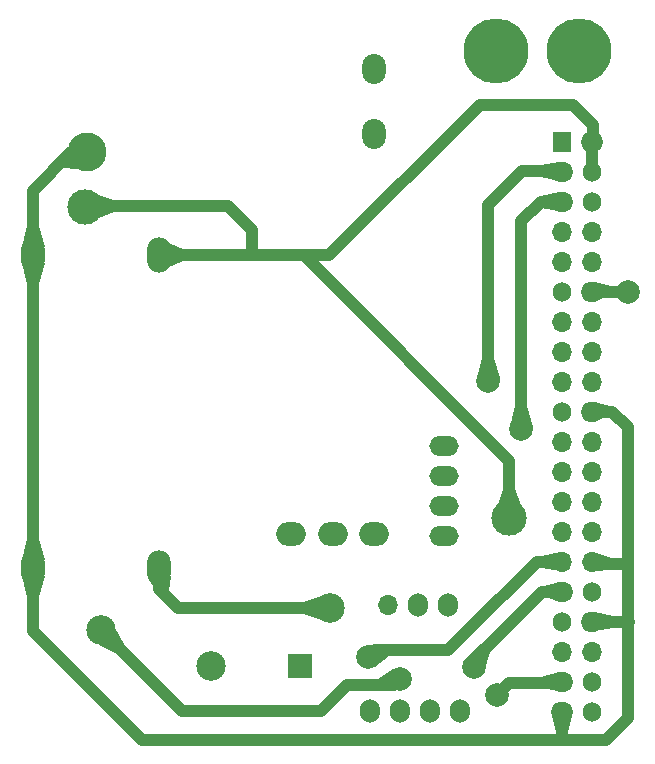
<source format=gbr>
%TF.GenerationSoftware,KiCad,Pcbnew,9.0.5*%
%TF.CreationDate,2025-10-22T00:31:54-04:00*%
%TF.ProjectId,PiHat,50694861-742e-46b6-9963-61645f706362,rev?*%
%TF.SameCoordinates,Original*%
%TF.FileFunction,Copper,L1,Top*%
%TF.FilePolarity,Positive*%
%FSLAX46Y46*%
G04 Gerber Fmt 4.6, Leading zero omitted, Abs format (unit mm)*
G04 Created by KiCad (PCBNEW 9.0.5) date 2025-10-22 00:31:54*
%MOMM*%
%LPD*%
G01*
G04 APERTURE LIST*
%TA.AperFunction,ComponentPad*%
%ADD10O,2.000000X2.540000*%
%TD*%
%TA.AperFunction,ComponentPad*%
%ADD11R,2.000000X2.000000*%
%TD*%
%TA.AperFunction,ComponentPad*%
%ADD12C,2.500000*%
%TD*%
%TA.AperFunction,ComponentPad*%
%ADD13R,1.550000X1.700000*%
%TD*%
%TA.AperFunction,ComponentPad*%
%ADD14O,1.900000X1.700000*%
%TD*%
%TA.AperFunction,ComponentPad*%
%ADD15O,1.550000X1.700000*%
%TD*%
%TA.AperFunction,ComponentPad*%
%ADD16O,1.700000X1.700000*%
%TD*%
%TA.AperFunction,SMDPad,CuDef*%
%ADD17O,2.000000X3.000000*%
%TD*%
%TA.AperFunction,ComponentPad*%
%ADD18O,2.500000X1.700000*%
%TD*%
%TA.AperFunction,ComponentPad*%
%ADD19O,2.500000X2.000000*%
%TD*%
%TA.AperFunction,ComponentPad*%
%ADD20C,5.500000*%
%TD*%
%TA.AperFunction,ComponentPad*%
%ADD21O,1.700000X2.000000*%
%TD*%
%TA.AperFunction,ViaPad*%
%ADD22C,3.300000*%
%TD*%
%TA.AperFunction,ViaPad*%
%ADD23C,2.500000*%
%TD*%
%TA.AperFunction,ViaPad*%
%ADD24C,3.000000*%
%TD*%
%TA.AperFunction,ViaPad*%
%ADD25C,2.000000*%
%TD*%
%TA.AperFunction,Conductor*%
%ADD26C,1.000000*%
%TD*%
G04 APERTURE END LIST*
D10*
%TO.P,C1,1*%
%TO.N,+7.5V*%
X156500000Y-86500000D03*
%TO.P,C1,2*%
%TO.N,GND*%
X156500000Y-81000000D03*
%TD*%
D11*
%TO.P,BZ1,1,+*%
%TO.N,/Buzzer_GPIO*%
X150300000Y-131500000D03*
D12*
%TO.P,BZ1,2,-*%
%TO.N,GND*%
X142700000Y-131500000D03*
%TD*%
D13*
%TO.P,U5,1,3V3_power*%
%TO.N,unconnected-(U5-3V3_power-Pad1)*%
X172460000Y-87140000D03*
D14*
%TO.P,U5,2,5V_power*%
%TO.N,+5V*%
X175000000Y-87140000D03*
%TO.P,U5,3,GPIO_2*%
%TO.N,/I2C_SDA*%
X172460000Y-89680000D03*
D15*
%TO.P,U5,4,5V_power*%
%TO.N,+5V*%
X175000000Y-89680000D03*
D14*
%TO.P,U5,5,GPIO_3*%
%TO.N,/I2C_SCL*%
X172460000Y-92220000D03*
D15*
%TO.P,U5,6,Ground*%
%TO.N,GND*%
X175000000Y-92220000D03*
D16*
%TO.P,U5,7,GPIO_4*%
%TO.N,unconnected-(U5-GPIO_4-Pad7)*%
X172460000Y-94760000D03*
%TO.P,U5,8,GPIO_14*%
%TO.N,unconnected-(U5-GPIO_14-Pad8)*%
X175000000Y-94760000D03*
%TO.P,U5,9,Ground*%
%TO.N,GND*%
X172460000Y-97300000D03*
%TO.P,U5,10,GPIO_15*%
%TO.N,unconnected-(U5-GPIO_15-Pad10)*%
X175000000Y-97300000D03*
D15*
%TO.P,U5,11,GPIO_17*%
%TO.N,unconnected-(U5-GPIO_17-Pad11)*%
X172460000Y-99840000D03*
D14*
%TO.P,U5,12,GPIO_18*%
%TO.N,/PWM*%
X175000000Y-99840000D03*
D16*
%TO.P,U5,13,GPIO_27*%
%TO.N,unconnected-(U5-GPIO_27-Pad13)*%
X172460000Y-102380000D03*
%TO.P,U5,14,Ground*%
%TO.N,GND*%
X175000000Y-102380000D03*
%TO.P,U5,15,GPIO_22*%
%TO.N,unconnected-(U5-GPIO_22-Pad15)*%
X172460000Y-104920000D03*
%TO.P,U5,16,GPIO_23*%
%TO.N,unconnected-(U5-GPIO_23-Pad16)*%
X175000000Y-104920000D03*
%TO.P,U5,17,3V3_power*%
%TO.N,unconnected-(U5-3V3_power-Pad17)*%
X172460000Y-107460000D03*
%TO.P,U5,18,GPIO_24*%
%TO.N,unconnected-(U5-GPIO_24-Pad18)*%
X175000000Y-107460000D03*
D15*
%TO.P,U5,19,GPIO_10*%
%TO.N,unconnected-(U5-GPIO_10-Pad19)*%
X172460000Y-110000000D03*
D14*
%TO.P,U5,20,Ground*%
%TO.N,GND*%
X175000000Y-110000000D03*
D16*
%TO.P,U5,21,GPIO_9*%
%TO.N,unconnected-(U5-GPIO_9-Pad21)*%
X172460000Y-112540000D03*
%TO.P,U5,22,GPIO_25*%
%TO.N,unconnected-(U5-GPIO_25-Pad22)*%
X175000000Y-112540000D03*
%TO.P,U5,23,GPIO_11*%
%TO.N,unconnected-(U5-GPIO_11-Pad23)*%
X172460000Y-115080000D03*
%TO.P,U5,24,GPIO_8*%
%TO.N,unconnected-(U5-GPIO_8-Pad24)*%
X175000000Y-115080000D03*
%TO.P,U5,25,Ground*%
%TO.N,GND*%
X172460000Y-117620000D03*
%TO.P,U5,26,GPIO_7*%
%TO.N,unconnected-(U5-GPIO_7-Pad26)*%
X175000000Y-117620000D03*
%TO.P,U5,27,GPIO_0*%
%TO.N,unconnected-(U5-GPIO_0-Pad27)*%
X172460000Y-120160000D03*
%TO.P,U5,28,GPIO_1*%
%TO.N,unconnected-(U5-GPIO_1-Pad28)*%
X175000000Y-120160000D03*
%TO.P,U5,29,GPIO_5*%
%TO.N,/Buzzer_GPIO*%
X172460000Y-122700000D03*
%TO.P,U5,30,Ground*%
%TO.N,GND*%
X175000000Y-122700000D03*
D14*
%TO.P,U5,31,GPIO_6*%
%TO.N,/ENCODER_B*%
X172460000Y-125240000D03*
D15*
%TO.P,U5,32,GPIO_12*%
%TO.N,unconnected-(U5-GPIO_12-Pad32)*%
X175000000Y-125240000D03*
%TO.P,U5,33,GPIO_13*%
%TO.N,unconnected-(U5-GPIO_13-Pad33)*%
X172460000Y-127780000D03*
D14*
%TO.P,U5,34,Ground*%
%TO.N,GND*%
X175000000Y-127780000D03*
D16*
%TO.P,U5,35,GPIO_19*%
%TO.N,unconnected-(U5-GPIO_19-Pad35)*%
X172460000Y-130320000D03*
%TO.P,U5,36,GPIO_16*%
%TO.N,unconnected-(U5-GPIO_16-Pad36)*%
X175000000Y-130320000D03*
D14*
%TO.P,U5,37,GPIO_26*%
%TO.N,/ENCODER_A*%
X172460000Y-132860000D03*
D15*
%TO.P,U5,38,GPIO_20*%
%TO.N,unconnected-(U5-GPIO_20-Pad38)*%
X175000000Y-132860000D03*
D14*
%TO.P,U5,39,Ground*%
%TO.N,GND*%
X172460000Y-135400000D03*
D15*
%TO.P,U5,40,GPIO_21*%
%TO.N,unconnected-(U5-GPIO_21-Pad40)*%
X175000000Y-135400000D03*
%TD*%
D17*
%TO.P,U6,1,VIN*%
%TO.N,+7.5V*%
X138330000Y-123255000D03*
%TO.P,U6,2,VOUT*%
%TO.N,+5V*%
X138330000Y-96745000D03*
%TO.P,U6,3,GND*%
%TO.N,GND*%
X127670000Y-123255000D03*
%TO.P,U6,4,GND*%
X127670000Y-96745000D03*
%TD*%
D18*
%TO.P,U1,1,VCC*%
%TO.N,+5V*%
X162460200Y-120513200D03*
%TO.P,U1,2,GND*%
%TO.N,GND*%
X162460200Y-117973200D03*
%TO.P,U1,3,SCL*%
%TO.N,/I2C_SCL*%
X162460200Y-115433200D03*
%TO.P,U1,4,SDA*%
%TO.N,/I2C_SDA*%
X162460200Y-112893200D03*
D19*
%TO.P,U1,5,Vin*%
%TO.N,+7.5V*%
X156535000Y-120374000D03*
%TO.P,U1,6,GND*%
%TO.N,GND*%
X153035000Y-120374000D03*
%TO.P,U1,7,Vout*%
%TO.N,+7.5V*%
X149535000Y-120374000D03*
%TD*%
D20*
%TO.P,U2,1,Vin*%
%TO.N,+7.5V*%
X173875000Y-79448000D03*
%TO.P,U2,2,Ground*%
%TO.N,GND*%
X166875000Y-79448000D03*
%TD*%
D16*
%TO.P,U3,1,GND*%
%TO.N,GND*%
X157707000Y-126365000D03*
D21*
%TO.P,U3,2,Vin*%
%TO.N,+7.5V*%
X160247000Y-126365000D03*
%TO.P,U3,3,Signal*%
%TO.N,/PWM*%
X162787000Y-126365000D03*
%TD*%
%TO.P,U4,1,GND*%
%TO.N,GND*%
X156183000Y-135382000D03*
%TO.P,U4,2,+*%
%TO.N,+5V*%
X158723000Y-135382000D03*
%TO.P,U4,3,DT*%
%TO.N,/ENCODER_B*%
X161263000Y-135382000D03*
%TO.P,U4,4,CLK*%
%TO.N,/ENCODER_A*%
X163803000Y-135382000D03*
%TD*%
D22*
%TO.N,GND*%
X132220000Y-88060000D03*
D23*
%TO.N,+7.5V*%
X152801000Y-126639000D03*
%TO.N,+5V*%
X133400000Y-128490000D03*
D24*
X168000000Y-119000000D03*
X132060000Y-92670000D03*
D25*
X158730000Y-132610000D03*
%TO.N,/Buzzer_GPIO*%
X156020000Y-130760000D03*
%TO.N,/I2C_SCL*%
X169000000Y-111500000D03*
%TO.N,/I2C_SDA*%
X166210000Y-107400000D03*
%TO.N,/PWM*%
X178043000Y-99850000D03*
%TO.N,/ENCODER_A*%
X166930000Y-133970000D03*
%TO.N,/ENCODER_B*%
X164990000Y-131640000D03*
%TD*%
D26*
%TO.N,GND*%
X178050000Y-126003941D02*
X178050000Y-135940000D01*
X176720000Y-110000000D02*
X178010000Y-111290000D01*
X175000000Y-110000000D02*
X176720000Y-110000000D01*
X172460000Y-137795000D02*
X172460000Y-135400000D01*
X127670000Y-128610000D02*
X136855000Y-137795000D01*
X178010000Y-125963941D02*
X178010000Y-127690000D01*
X130900000Y-88060000D02*
X127670000Y-91290000D01*
X178010000Y-120883941D02*
X178010000Y-125963941D01*
X170065000Y-137795000D02*
X172460000Y-137795000D01*
X136855000Y-137795000D02*
X170065000Y-137795000D01*
X127670000Y-123255000D02*
X127670000Y-128610000D01*
X132220000Y-88060000D02*
X130900000Y-88060000D01*
X178100000Y-127780000D02*
X175000000Y-127780000D01*
X178050000Y-135940000D02*
X176195000Y-137795000D01*
X175031689Y-122700000D02*
X175221689Y-122890000D01*
X127670000Y-123255000D02*
X127670000Y-96745000D01*
X175221689Y-122890000D02*
X178010000Y-122890000D01*
X178010000Y-125963941D02*
X178050000Y-126003941D01*
X178010000Y-111290000D02*
X178010000Y-120883941D01*
X178010000Y-122890000D02*
X178010000Y-120883941D01*
X176195000Y-137795000D02*
X170065000Y-137795000D01*
X175000000Y-122700000D02*
X175031689Y-122700000D01*
X127670000Y-91290000D02*
X127670000Y-96745000D01*
%TO.N,+7.5V*%
X139909000Y-126639000D02*
X138330000Y-125060000D01*
X138330000Y-125060000D02*
X138330000Y-123255000D01*
X152801000Y-126639000D02*
X139909000Y-126639000D01*
%TO.N,+5V*%
X173380000Y-84000000D02*
X175080000Y-85700000D01*
X146220000Y-94620000D02*
X146220000Y-96745000D01*
X158192252Y-133147748D02*
X158730000Y-132610000D01*
X144180000Y-92580000D02*
X146220000Y-94620000D01*
X154232252Y-133147748D02*
X158192252Y-133147748D01*
X148000000Y-96745000D02*
X152755000Y-96745000D01*
X168000000Y-114140000D02*
X168000000Y-119000000D01*
X152020000Y-135360000D02*
X154232252Y-133147748D01*
X148000000Y-96745000D02*
X150605000Y-96745000D01*
X175000000Y-89680000D02*
X175000000Y-87140000D01*
X141000000Y-96745000D02*
X146220000Y-96745000D01*
X132150000Y-92580000D02*
X144180000Y-92580000D01*
X146220000Y-96745000D02*
X148000000Y-96745000D01*
X175080000Y-87060000D02*
X175000000Y-87140000D01*
X175080000Y-85700000D02*
X175080000Y-87060000D01*
X140270000Y-135360000D02*
X152020000Y-135360000D01*
X138330000Y-96745000D02*
X141000000Y-96745000D01*
X132060000Y-92670000D02*
X132150000Y-92580000D01*
X152755000Y-96745000D02*
X165500000Y-84000000D01*
X150605000Y-96745000D02*
X168000000Y-114140000D01*
X133400000Y-128490000D02*
X140270000Y-135360000D01*
X165500000Y-84000000D02*
X173380000Y-84000000D01*
%TO.N,/Buzzer_GPIO*%
X164300000Y-128700000D02*
X170300000Y-122700000D01*
X156580000Y-130200000D02*
X162790000Y-130200000D01*
X164290000Y-128700000D02*
X164300000Y-128700000D01*
X162790000Y-130200000D02*
X164290000Y-128700000D01*
X156020000Y-130760000D02*
X156580000Y-130200000D01*
X170300000Y-122700000D02*
X172460000Y-122700000D01*
%TO.N,/I2C_SCL*%
X170660000Y-92230000D02*
X172450000Y-92230000D01*
X172450000Y-92230000D02*
X172460000Y-92220000D01*
X169000000Y-111500000D02*
X169000000Y-93890000D01*
X169000000Y-93890000D02*
X170660000Y-92230000D01*
X172240000Y-92440000D02*
X172460000Y-92220000D01*
%TO.N,/I2C_SDA*%
X166210000Y-92500000D02*
X169082000Y-89628000D01*
X166210000Y-107400000D02*
X166210000Y-92500000D01*
X169082000Y-89628000D02*
X172408000Y-89628000D01*
X172408000Y-89628000D02*
X172460000Y-89680000D01*
%TO.N,/PWM*%
X175160000Y-100000000D02*
X175000000Y-99840000D01*
X176643000Y-99850000D02*
X176633000Y-99840000D01*
X176633000Y-99840000D02*
X175000000Y-99840000D01*
X178043000Y-99850000D02*
X176643000Y-99850000D01*
%TO.N,/ENCODER_A*%
X172380000Y-132940000D02*
X172460000Y-132860000D01*
X166930000Y-133970000D02*
X167960000Y-132940000D01*
X167960000Y-132940000D02*
X172380000Y-132940000D01*
%TO.N,/ENCODER_B*%
X164990000Y-131640000D02*
X164990000Y-131000000D01*
X170750000Y-125240000D02*
X172460000Y-125240000D01*
X164990000Y-131000000D02*
X170750000Y-125240000D01*
%TD*%
%TA.AperFunction,Conductor*%
%TO.N,GND*%
G36*
X177099396Y-109686030D02*
G01*
X177106420Y-109691583D01*
X177107461Y-109700478D01*
X177104477Y-109705560D01*
X176413240Y-110396797D01*
X176409121Y-110399462D01*
X175277368Y-110829283D01*
X175268417Y-110829016D01*
X175262276Y-110822499D01*
X175262077Y-110821929D01*
X175000431Y-110002855D01*
X175000433Y-109995729D01*
X175262379Y-109177107D01*
X175268163Y-109170274D01*
X175276711Y-109169418D01*
X177099396Y-109686030D01*
G37*
%TD.AperFunction*%
%TD*%
%TA.AperFunction,Conductor*%
%TO.N,GND*%
G36*
X172464619Y-135401004D02*
G01*
X173300789Y-135763820D01*
X173307015Y-135770257D01*
X173307448Y-135777526D01*
X172962293Y-137091273D01*
X172956876Y-137098404D01*
X172950977Y-137100000D01*
X171969023Y-137100000D01*
X171960750Y-137096573D01*
X171957707Y-137091273D01*
X171612551Y-135777526D01*
X171613763Y-135768654D01*
X171619208Y-135763821D01*
X172455344Y-135401019D01*
X172464296Y-135400870D01*
X172464619Y-135401004D01*
G37*
%TD.AperFunction*%
%TD*%
%TA.AperFunction,Conductor*%
%TO.N,GND*%
G36*
X130641377Y-87656156D02*
G01*
X132206016Y-88055543D01*
X132213184Y-88060910D01*
X132214459Y-88069774D01*
X132213355Y-88072553D01*
X131430539Y-89484606D01*
X131423530Y-89490180D01*
X131419553Y-89490609D01*
X130256205Y-89415585D01*
X130248685Y-89412182D01*
X129553114Y-88716611D01*
X129549687Y-88708338D01*
X129553114Y-88700065D01*
X129553257Y-88699924D01*
X130630354Y-87659078D01*
X130638683Y-87655795D01*
X130641377Y-87656156D01*
G37*
%TD.AperFunction*%
%TD*%
%TA.AperFunction,Conductor*%
%TO.N,GND*%
G36*
X127676772Y-123258806D02*
G01*
X128644140Y-123945374D01*
X128648903Y-123952957D01*
X128648666Y-123957957D01*
X128172331Y-125727127D01*
X128166871Y-125734225D01*
X128161033Y-125735785D01*
X127178967Y-125735785D01*
X127170694Y-125732358D01*
X127167669Y-125727127D01*
X126691333Y-123957957D01*
X126692491Y-123949077D01*
X126695857Y-123945375D01*
X127663228Y-123258805D01*
X127671958Y-123256812D01*
X127676772Y-123258806D01*
G37*
%TD.AperFunction*%
%TD*%
%TA.AperFunction,Conductor*%
%TO.N,GND*%
G36*
X176774479Y-127277980D02*
G01*
X176781823Y-127283103D01*
X176783667Y-127289407D01*
X176783667Y-128270592D01*
X176780240Y-128278865D01*
X176774479Y-128282019D01*
X175276234Y-128611379D01*
X175267418Y-128609808D01*
X175262579Y-128603519D01*
X175156021Y-128270592D01*
X175000141Y-127783564D01*
X175000141Y-127776435D01*
X175262579Y-126956479D01*
X175268365Y-126949646D01*
X175276231Y-126948620D01*
X176774479Y-127277980D01*
G37*
%TD.AperFunction*%
%TD*%
%TA.AperFunction,Conductor*%
%TO.N,GND*%
G36*
X128169306Y-120777642D02*
G01*
X128172331Y-120782873D01*
X128648666Y-122552042D01*
X128647508Y-122560922D01*
X128644140Y-122564625D01*
X127676772Y-123251193D01*
X127668042Y-123253187D01*
X127663228Y-123251193D01*
X126695859Y-122564625D01*
X126691096Y-122557042D01*
X126691333Y-122552042D01*
X127167669Y-120782873D01*
X127173129Y-120775775D01*
X127178967Y-120774215D01*
X128161033Y-120774215D01*
X128169306Y-120777642D01*
G37*
%TD.AperFunction*%
%TD*%
%TA.AperFunction,Conductor*%
%TO.N,GND*%
G36*
X127676772Y-96748806D02*
G01*
X128644140Y-97435374D01*
X128648903Y-97442957D01*
X128648666Y-97447957D01*
X128172331Y-99217127D01*
X128166871Y-99224225D01*
X128161033Y-99225785D01*
X127178967Y-99225785D01*
X127170694Y-99222358D01*
X127167669Y-99217127D01*
X126691333Y-97447957D01*
X126692491Y-97439077D01*
X126695857Y-97435375D01*
X127663228Y-96748805D01*
X127671958Y-96746812D01*
X127676772Y-96748806D01*
G37*
%TD.AperFunction*%
%TD*%
%TA.AperFunction,Conductor*%
%TO.N,GND*%
G36*
X175178494Y-121870732D02*
G01*
X176665792Y-122387269D01*
X176672483Y-122393220D01*
X176673654Y-122398321D01*
X176673654Y-123379362D01*
X176670227Y-123387635D01*
X176663064Y-123391009D01*
X175176338Y-123532665D01*
X175167777Y-123530039D01*
X175163755Y-123523314D01*
X175136604Y-123387635D01*
X174999459Y-122702293D01*
X174999459Y-122697704D01*
X175163194Y-121879489D01*
X175168177Y-121872051D01*
X175176962Y-121870314D01*
X175178494Y-121870732D01*
G37*
%TD.AperFunction*%
%TD*%
%TA.AperFunction,Conductor*%
%TO.N,GND*%
G36*
X128169306Y-94267642D02*
G01*
X128172331Y-94272873D01*
X128648666Y-96042042D01*
X128647508Y-96050922D01*
X128644140Y-96054625D01*
X127676772Y-96741193D01*
X127668042Y-96743187D01*
X127663228Y-96741193D01*
X126695859Y-96054625D01*
X126691096Y-96047042D01*
X126691333Y-96042042D01*
X127167669Y-94272873D01*
X127173129Y-94265775D01*
X127178967Y-94264215D01*
X128161033Y-94264215D01*
X128169306Y-94267642D01*
G37*
%TD.AperFunction*%
%TD*%
%TA.AperFunction,Conductor*%
%TO.N,+7.5V*%
G36*
X138338743Y-123260992D02*
G01*
X139305099Y-123946059D01*
X139309866Y-123953639D01*
X139309947Y-123957010D01*
X139161890Y-125180287D01*
X139158548Y-125187154D01*
X138464936Y-125880766D01*
X138456663Y-125884193D01*
X138448390Y-125880766D01*
X138446607Y-125878474D01*
X138035453Y-125187154D01*
X137540920Y-124355639D01*
X137539637Y-124346777D01*
X137541497Y-124342801D01*
X138322501Y-123263677D01*
X138330126Y-123258985D01*
X138338743Y-123260992D01*
G37*
%TD.AperFunction*%
%TD*%
%TA.AperFunction,Conductor*%
%TO.N,+7.5V*%
G36*
X152055349Y-125642308D02*
G01*
X152059503Y-125645775D01*
X152796763Y-126631995D01*
X152798972Y-126640673D01*
X152796763Y-126646005D01*
X152059503Y-127632224D01*
X152051805Y-127636799D01*
X152046416Y-127636313D01*
X150569678Y-127141674D01*
X150562922Y-127135797D01*
X150561694Y-127130580D01*
X150561694Y-126147419D01*
X150565121Y-126139146D01*
X150569675Y-126136326D01*
X152046418Y-125641686D01*
X152055349Y-125642308D01*
G37*
%TD.AperFunction*%
%TD*%
%TA.AperFunction,Conductor*%
%TO.N,+5V*%
G36*
X158180938Y-131788253D02*
G01*
X158180974Y-131788306D01*
X158729700Y-132608058D01*
X158731454Y-132612295D01*
X158922402Y-133577206D01*
X158920647Y-133585987D01*
X158913196Y-133590954D01*
X158911253Y-133591172D01*
X156903176Y-133647411D01*
X156894810Y-133644218D01*
X156891153Y-133636044D01*
X156891148Y-133635716D01*
X156891148Y-132653954D01*
X156894575Y-132645681D01*
X156896287Y-132644267D01*
X158164690Y-131785126D01*
X158173461Y-131783325D01*
X158180938Y-131788253D01*
G37*
%TD.AperFunction*%
%TD*%
%TA.AperFunction,Conductor*%
%TO.N,+5V*%
G36*
X168500060Y-116516260D02*
G01*
X168502791Y-116520558D01*
X168997610Y-117890212D01*
X168997198Y-117899157D01*
X168995278Y-117902041D01*
X168008672Y-118991424D01*
X168000579Y-118995256D01*
X167992146Y-118992242D01*
X167991328Y-118991424D01*
X167004721Y-117902041D01*
X167001707Y-117893608D01*
X167002387Y-117890219D01*
X167497209Y-116520557D01*
X167503243Y-116513941D01*
X167508213Y-116512833D01*
X168491787Y-116512833D01*
X168500060Y-116516260D01*
G37*
%TD.AperFunction*%
%TD*%
%TA.AperFunction,Conductor*%
%TO.N,+5V*%
G36*
X133130674Y-91632931D02*
G01*
X134538989Y-92077418D01*
X134545847Y-92083176D01*
X134547167Y-92088575D01*
X134547167Y-93072143D01*
X134543740Y-93080416D01*
X134539895Y-93082973D01*
X133210463Y-93626568D01*
X133201508Y-93626527D01*
X133198521Y-93624706D01*
X132068915Y-92678307D01*
X132064774Y-92670368D01*
X132067461Y-92661825D01*
X132068243Y-92660980D01*
X133118983Y-91635714D01*
X133127298Y-91632390D01*
X133130674Y-91632931D01*
G37*
%TD.AperFunction*%
%TD*%
%TA.AperFunction,Conductor*%
%TO.N,+5V*%
G36*
X139192426Y-95748464D02*
G01*
X140322981Y-96241936D01*
X140329192Y-96248385D01*
X140330000Y-96252658D01*
X140330000Y-97237341D01*
X140326573Y-97245614D01*
X140322980Y-97248064D01*
X139192427Y-97741534D01*
X139183474Y-97741703D01*
X139178856Y-97738417D01*
X138757269Y-97245614D01*
X138335505Y-96752604D01*
X138332732Y-96744092D01*
X138335505Y-96737395D01*
X139178858Y-95751580D01*
X139186839Y-95747523D01*
X139192426Y-95748464D01*
G37*
%TD.AperFunction*%
%TD*%
%TA.AperFunction,Conductor*%
%TO.N,+5V*%
G36*
X134635310Y-128314209D02*
G01*
X134638777Y-128318363D01*
X135333227Y-129712338D01*
X135333849Y-129721271D01*
X135331028Y-129725828D01*
X134635828Y-130421028D01*
X134627555Y-130424455D01*
X134622338Y-130423227D01*
X133228363Y-129728777D01*
X133222486Y-129722021D01*
X133222000Y-129716634D01*
X133398042Y-128497947D01*
X133402617Y-128490251D01*
X133407946Y-128488042D01*
X134626633Y-128312000D01*
X134635310Y-128314209D01*
G37*
%TD.AperFunction*%
%TD*%
%TA.AperFunction,Conductor*%
%TO.N,/Buzzer_GPIO*%
G36*
X157843283Y-129703576D02*
G01*
X157847031Y-129711709D01*
X157847040Y-129712167D01*
X157847040Y-130693913D01*
X157843613Y-130702186D01*
X157842057Y-130703493D01*
X156585359Y-131584606D01*
X156576617Y-131586550D01*
X156569062Y-131581743D01*
X156568919Y-131581534D01*
X156020299Y-130761941D01*
X156018546Y-130757706D01*
X155827566Y-129792638D01*
X155829321Y-129783860D01*
X155836772Y-129778893D01*
X155838581Y-129778679D01*
X157834882Y-129700476D01*
X157843283Y-129703576D01*
G37*
%TD.AperFunction*%
%TD*%
%TA.AperFunction,Conductor*%
%TO.N,/Buzzer_GPIO*%
G36*
X172291343Y-121870464D02*
G01*
X172296466Y-121877808D01*
X172296512Y-121878024D01*
X172460540Y-122697704D01*
X172460540Y-122702296D01*
X172296512Y-123521975D01*
X172291528Y-123529415D01*
X172282743Y-123531152D01*
X172282527Y-123531106D01*
X170785521Y-123202019D01*
X170778177Y-123196896D01*
X170776333Y-123190592D01*
X170776333Y-122209407D01*
X170779760Y-122201134D01*
X170785520Y-122197980D01*
X172282527Y-121868893D01*
X172291343Y-121870464D01*
G37*
%TD.AperFunction*%
%TD*%
%TA.AperFunction,Conductor*%
%TO.N,/I2C_SCL*%
G36*
X172192540Y-91390215D02*
G01*
X172197441Y-91396544D01*
X172459858Y-92216433D01*
X172459858Y-92223567D01*
X172197400Y-93043582D01*
X172191614Y-93050416D01*
X172183817Y-93051458D01*
X170685593Y-92731974D01*
X170678216Y-92726897D01*
X170676333Y-92720531D01*
X170676333Y-91739346D01*
X170679760Y-91731073D01*
X170685446Y-91727936D01*
X172183716Y-91388700D01*
X172192540Y-91390215D01*
G37*
%TD.AperFunction*%
%TD*%
%TA.AperFunction,Conductor*%
%TO.N,/I2C_SCL*%
G36*
X169499306Y-109522642D02*
G01*
X169502331Y-109527873D01*
X169977536Y-111292844D01*
X169976378Y-111301724D01*
X169969280Y-111307184D01*
X169968532Y-111307359D01*
X169002294Y-111500541D01*
X168997706Y-111500541D01*
X168031467Y-111307359D01*
X168024026Y-111302377D01*
X168022288Y-111293592D01*
X168022458Y-111292863D01*
X168497669Y-109527873D01*
X168503129Y-109520775D01*
X168508967Y-109519215D01*
X169491033Y-109519215D01*
X169499306Y-109522642D01*
G37*
%TD.AperFunction*%
%TD*%
%TA.AperFunction,Conductor*%
%TO.N,/I2C_SDA*%
G36*
X166709306Y-105422642D02*
G01*
X166712331Y-105427873D01*
X167187536Y-107192844D01*
X167186378Y-107201724D01*
X167179280Y-107207184D01*
X167178532Y-107207359D01*
X166212294Y-107400541D01*
X166207706Y-107400541D01*
X165241467Y-107207359D01*
X165234026Y-107202377D01*
X165232288Y-107193592D01*
X165232458Y-107192863D01*
X165707669Y-105427873D01*
X165713129Y-105420775D01*
X165718967Y-105419215D01*
X166701033Y-105419215D01*
X166709306Y-105422642D01*
G37*
%TD.AperFunction*%
%TD*%
%TA.AperFunction,Conductor*%
%TO.N,/I2C_SDA*%
G36*
X172192797Y-88850073D02*
G01*
X172197315Y-88856150D01*
X172459858Y-89676433D01*
X172459858Y-89683567D01*
X172197528Y-90503183D01*
X172191742Y-90510017D01*
X172183504Y-90510956D01*
X170685152Y-90130240D01*
X170677977Y-90124881D01*
X170676333Y-90118900D01*
X170676333Y-89137729D01*
X170679760Y-89129456D01*
X170685898Y-89126225D01*
X172184039Y-88848213D01*
X172192797Y-88850073D01*
G37*
%TD.AperFunction*%
%TD*%
%TA.AperFunction,Conductor*%
%TO.N,/PWM*%
G36*
X176977371Y-99491015D02*
G01*
X176984396Y-99496565D01*
X176985439Y-99505459D01*
X176982455Y-99510544D01*
X176290863Y-100202136D01*
X176287640Y-100204417D01*
X175580564Y-100542763D01*
X175571622Y-100543243D01*
X175566423Y-100539573D01*
X175003268Y-99844202D01*
X175000725Y-99835618D01*
X175001216Y-99833282D01*
X175262380Y-99017104D01*
X175268164Y-99010271D01*
X175276710Y-99009415D01*
X176977371Y-99491015D01*
G37*
%TD.AperFunction*%
%TD*%
%TA.AperFunction,Conductor*%
%TO.N,/ENCODER_A*%
G36*
X172192250Y-132030408D02*
G01*
X172197586Y-132036998D01*
X172459858Y-132856433D01*
X172459858Y-132863567D01*
X172197259Y-133684025D01*
X172191473Y-133690859D01*
X172184187Y-133691998D01*
X170686104Y-133441632D01*
X170678509Y-133436888D01*
X170676333Y-133430092D01*
X170676333Y-132448937D01*
X170679760Y-132440664D01*
X170684954Y-132437650D01*
X172183369Y-132029277D01*
X172192250Y-132030408D01*
G37*
%TD.AperFunction*%
%TD*%
%TA.AperFunction,Conductor*%
%TO.N,/ENCODER_B*%
G36*
X172192154Y-124410479D02*
G01*
X172197634Y-124417151D01*
X172459566Y-125235729D01*
X172459568Y-125242855D01*
X172197912Y-126061959D01*
X172192130Y-126068797D01*
X172183207Y-126069544D01*
X172182672Y-126069359D01*
X171550846Y-125832696D01*
X171053836Y-125646532D01*
X171049667Y-125643848D01*
X170358387Y-124952568D01*
X170354960Y-124944295D01*
X170358387Y-124936022D01*
X170363421Y-124933052D01*
X172183258Y-124409473D01*
X172192154Y-124410479D01*
G37*
%TD.AperFunction*%
%TD*%
%TA.AperFunction,Conductor*%
%TO.N,/ENCODER_B*%
G36*
X165649800Y-129649363D02*
G01*
X166344066Y-130343629D01*
X166347493Y-130351902D01*
X166347132Y-130354785D01*
X165973517Y-131824341D01*
X165968158Y-131831515D01*
X165959905Y-131832935D01*
X164994060Y-131641651D01*
X164986610Y-131636682D01*
X164986598Y-131636665D01*
X164439843Y-130816648D01*
X164438105Y-130807863D01*
X164441443Y-130801748D01*
X165633394Y-129649224D01*
X165641724Y-129645938D01*
X165649800Y-129649363D01*
G37*
%TD.AperFunction*%
%TD*%
M02*

</source>
